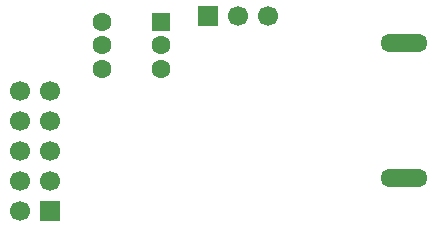
<source format=gbr>
%TF.GenerationSoftware,KiCad,Pcbnew,9.0.2*%
%TF.CreationDate,2025-05-29T11:38:48+08:00*%
%TF.ProjectId,uart_tool,75617274-5f74-46f6-9f6c-2e6b69636164,rev?*%
%TF.SameCoordinates,Original*%
%TF.FileFunction,Soldermask,Bot*%
%TF.FilePolarity,Negative*%
%FSLAX46Y46*%
G04 Gerber Fmt 4.6, Leading zero omitted, Abs format (unit mm)*
G04 Created by KiCad (PCBNEW 9.0.2) date 2025-05-29 11:38:48*
%MOMM*%
%LPD*%
G01*
G04 APERTURE LIST*
%ADD10R,1.700000X1.700000*%
%ADD11C,1.700000*%
%ADD12O,4.000000X1.500000*%
%ADD13R,1.600000X1.600000*%
%ADD14C,1.600000*%
G04 APERTURE END LIST*
D10*
%TO.C,J1*%
X177460000Y-87500000D03*
D11*
X180000000Y-87500000D03*
X182540000Y-87500000D03*
%TD*%
D12*
%TO.C,USB1*%
X194073000Y-101200000D03*
X194073000Y-89800000D03*
%TD*%
D13*
%TO.C,SW1*%
X173499500Y-88000000D03*
D14*
X173500000Y-90000000D03*
X173500000Y-92000000D03*
X168500000Y-88000000D03*
X168500000Y-90000000D03*
X168500000Y-92000000D03*
%TD*%
D10*
%TO.C,J3*%
X164160254Y-103999181D03*
D11*
X161620254Y-103999181D03*
X164160254Y-101459181D03*
X161620254Y-101459181D03*
X164160254Y-98919181D03*
X161620254Y-98919181D03*
X164160254Y-96379181D03*
X161620254Y-96379181D03*
X164160254Y-93839181D03*
X161620254Y-93839181D03*
%TD*%
M02*

</source>
